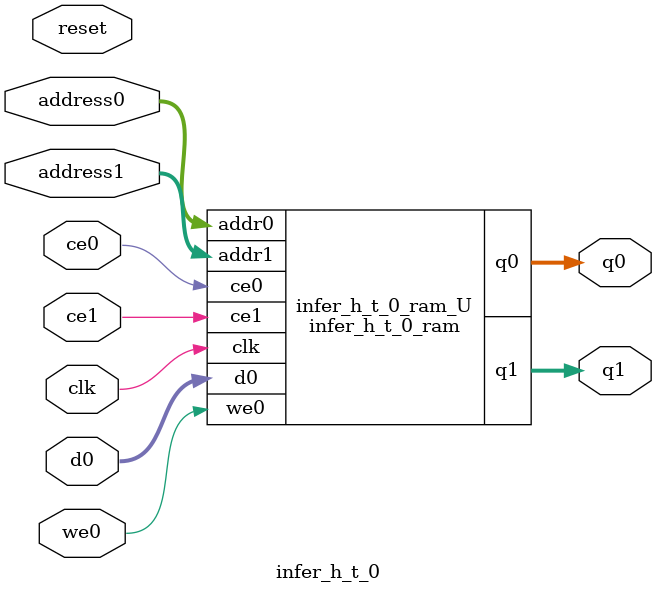
<source format=v>
`timescale 1 ns / 1 ps
module infer_h_t_0_ram (addr0, ce0, d0, we0, q0, addr1, ce1, q1,  clk);

parameter DWIDTH = 32;
parameter AWIDTH = 4;
parameter MEM_SIZE = 16;

input[AWIDTH-1:0] addr0;
input ce0;
input[DWIDTH-1:0] d0;
input we0;
output reg[DWIDTH-1:0] q0;
input[AWIDTH-1:0] addr1;
input ce1;
output reg[DWIDTH-1:0] q1;
input clk;

(* ram_style = "distributed" *)reg [DWIDTH-1:0] ram[0:MEM_SIZE-1];




always @(posedge clk)  
begin 
    if (ce0) 
    begin
        if (we0) 
        begin 
            ram[addr0] <= d0; 
        end 
        q0 <= ram[addr0];
    end
end


always @(posedge clk)  
begin 
    if (ce1) 
    begin
        q1 <= ram[addr1];
    end
end


endmodule

`timescale 1 ns / 1 ps
module infer_h_t_0(
    reset,
    clk,
    address0,
    ce0,
    we0,
    d0,
    q0,
    address1,
    ce1,
    q1);

parameter DataWidth = 32'd32;
parameter AddressRange = 32'd16;
parameter AddressWidth = 32'd4;
input reset;
input clk;
input[AddressWidth - 1:0] address0;
input ce0;
input we0;
input[DataWidth - 1:0] d0;
output[DataWidth - 1:0] q0;
input[AddressWidth - 1:0] address1;
input ce1;
output[DataWidth - 1:0] q1;



infer_h_t_0_ram infer_h_t_0_ram_U(
    .clk( clk ),
    .addr0( address0 ),
    .ce0( ce0 ),
    .we0( we0 ),
    .d0( d0 ),
    .q0( q0 ),
    .addr1( address1 ),
    .ce1( ce1 ),
    .q1( q1 ));

endmodule


</source>
